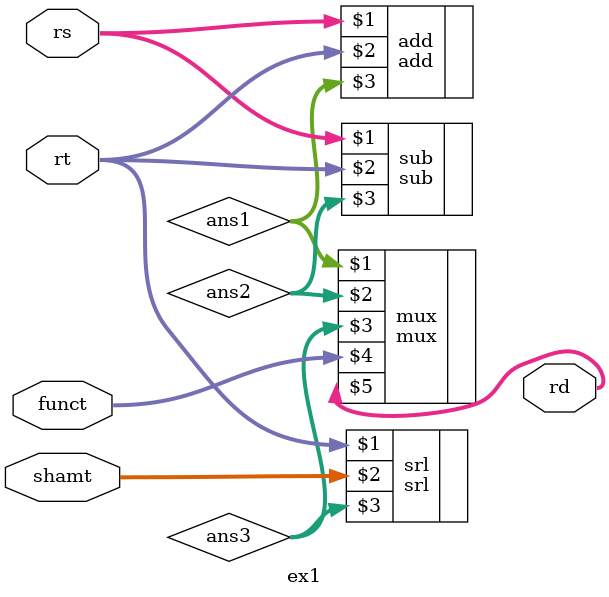
<source format=v>
module ex1
(
	input     [31:0] rs, rt, 
	input	    [4:0] shamt, 
	input	    [5:0] funct,
   output    [31:0] rd
);

	wire [31:0] ans1, ans2, ans3;
	
	add add (rs, rt, ans1);
	sub sub (rs, rt, ans2);
	srl srl (rt, shamt, ans3);
		
	mux mux (ans1, ans2, ans3, funct, rd);
	
endmodule

</source>
